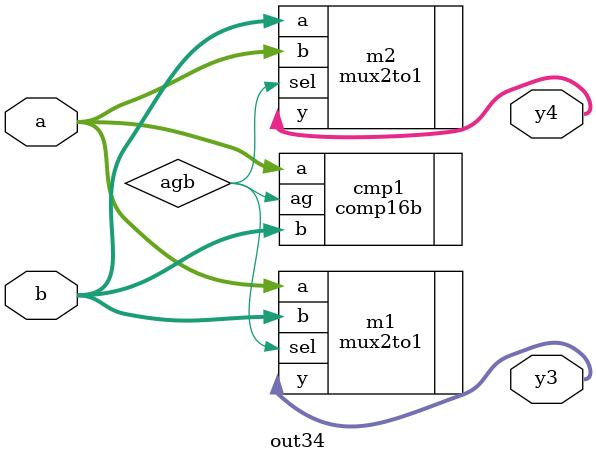
<source format=v>
`timescale 1ns / 1ps
module out34//to find 3rd and 4th largest
    (
        input [15:0] a, b,
        output [15:0] y3, y4
    );
    wire agb;
    comp16b cmp1
    (
        .a(a),
        .b(b),
        .ag(agb)
    );
    mux2to1 m1
    (
        .a(a),
        .b(b),
        .sel(agb),
        .y(y3)
    );
    mux2to1 m2
    (
        .a(b),
        .b(a),
        .sel(agb),
        .y(y4)
    );
endmodule

</source>
